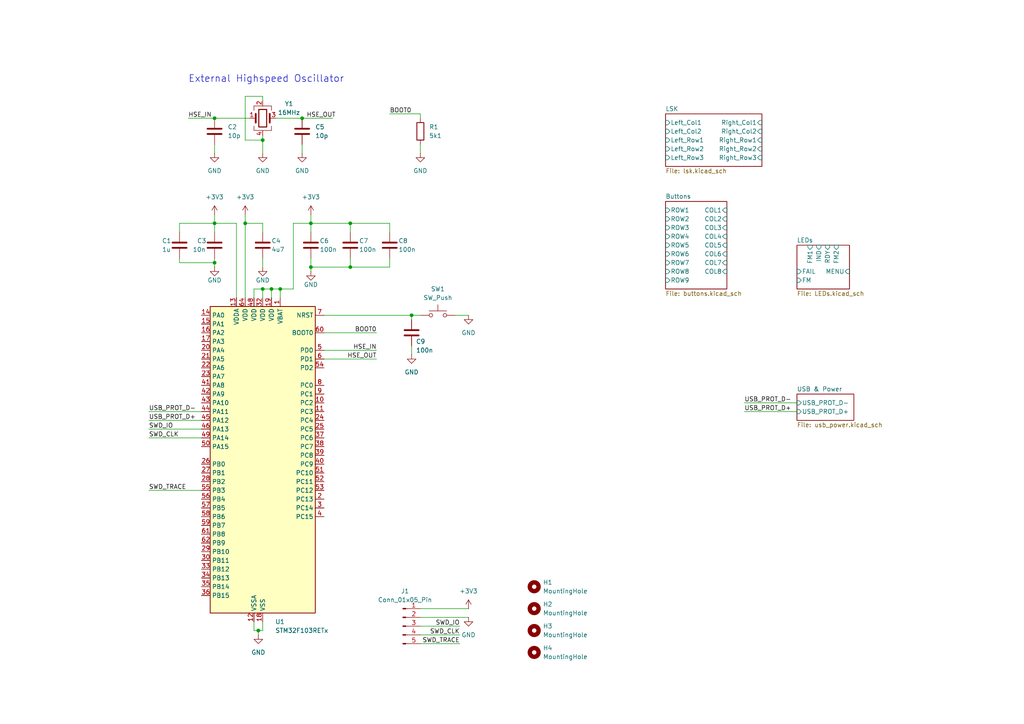
<source format=kicad_sch>
(kicad_sch (version 20231120) (generator "eeschema") (generator_version "8.0")
  (paper "A4")
  (lib_symbols
    (symbol "Connector:Conn_01x05_Pin" (pin_names (offset 1.016) hide)
      (property "Reference" "J" (at 0 7.62 0))
      (property "Value" "Conn_01x05_Pin" (at 0 -7.62 0))
      (symbol "Conn_01x05_Pin_1_1"
        (polyline (pts (xy 1.27 -5.08) (xy 0.8636 -5.08)) (stroke (width 0.1524)))
        (polyline (pts (xy 1.27 -2.54) (xy 0.8636 -2.54)) (stroke (width 0.1524)))
        (polyline (pts (xy 1.27 0) (xy 0.8636 0)) (stroke (width 0.1524)))
        (polyline (pts (xy 1.27 2.54) (xy 0.8636 2.54)) (stroke (width 0.1524)))
        (polyline (pts (xy 1.27 5.08) (xy 0.8636 5.08)) (stroke (width 0.1524)))
        (rectangle (start 0.8636 -4.953) (end 0 -5.207) (stroke (width 0.1524)) (fill (type outline)))
        (rectangle (start 0.8636 -2.413) (end 0 -2.667) (stroke (width 0.1524)) (fill (type outline)))
        (rectangle (start 0.8636 0.127) (end 0 -0.127) (stroke (width 0.1524)) (fill (type outline)))
        (rectangle (start 0.8636 2.667) (end 0 2.413) (stroke (width 0.1524)) (fill (type outline)))
        (rectangle (start 0.8636 5.207) (end 0 4.953) (stroke (width 0.1524)) (fill (type outline)))
        (pin passive line (at 5.08 5.08 180) (length 3.81) (name "Pin_1") (number "1"))
        (pin passive line (at 5.08 2.54 180) (length 3.81) (name "Pin_2") (number "2"))
        (pin passive line (at 5.08 0 180) (length 3.81) (name "Pin_3") (number "3"))
        (pin passive line (at 5.08 -2.54 180) (length 3.81) (name "Pin_4") (number "4"))
        (pin passive line (at 5.08 -5.08 180) (length 3.81) (name "Pin_5") (number "5"))
      )
    )
    (symbol "Device:C" (pin_numbers hide) (pin_names (offset 0.254))
      (property "Reference" "C" (at 0.635 2.54 0))
      (property "Value" "C" (at 0.635 -2.54 0))
      (symbol "C_0_1"
        (polyline (pts (xy -2.032 -0.762) (xy 2.032 -0.762)) (stroke (width 0.508)))
        (polyline (pts (xy -2.032 0.762) (xy 2.032 0.762)) (stroke (width 0.508)))
      )
      (symbol "C_1_1"
        (pin passive line (at 0 3.81 270) (length 2.794) (name "~") (number "1"))
        (pin passive line (at 0 -3.81 90) (length 2.794) (name "~") (number "2"))
      )
    )
    (symbol "Device:Crystal_GND24" (pin_names (offset 1.016) hide)
      (property "Reference" "Y" (at 3.175 5.08 0))
      (property "Value" "Crystal_GND24" (at 3.175 3.175 0))
      (symbol "Crystal_GND24_0_1"
        (rectangle (start -1.143 2.54) (end 1.143 -2.54) (stroke (width 0.3048)))
        (polyline (pts (xy -2.54 0) (xy -2.032 0)))
        (polyline (pts (xy -2.032 -1.27) (xy -2.032 1.27)) (stroke (width 0.508)))
        (polyline (pts (xy 0 -3.81) (xy 0 -3.556)))
        (polyline (pts (xy 0 3.556) (xy 0 3.81)))
        (polyline (pts (xy 2.032 -1.27) (xy 2.032 1.27)) (stroke (width 0.508)))
        (polyline (pts (xy 2.032 0) (xy 2.54 0)))
        (polyline (pts (xy -2.54 -2.286) (xy -2.54 -3.556) (xy 2.54 -3.556) (xy 2.54 -2.286)))
        (polyline (pts (xy -2.54 2.286) (xy -2.54 3.556) (xy 2.54 3.556) (xy 2.54 2.286)))
      )
      (symbol "Crystal_GND24_1_1"
        (pin passive line (at -3.81 0 0) (length 1.27) (name "1") (number "1"))
        (pin passive line (at 0 5.08 270) (length 1.27) (name "2") (number "2"))
        (pin passive line (at 3.81 0 180) (length 1.27) (name "3") (number "3"))
        (pin passive line (at 0 -5.08 90) (length 1.27) (name "4") (number "4"))
      )
    )
    (symbol "Device:R" (pin_numbers hide) (pin_names (offset 0))
      (property "Reference" "R" (at 2.032 0 90))
      (property "Value" "R" (at 0 0 90))
      (symbol "R_0_1"
        (rectangle (start -1.016 -2.54) (end 1.016 2.54) (stroke (width 0.254)))
      )
      (symbol "R_1_1"
        (pin passive line (at 0 3.81 270) (length 1.27) (name "~") (number "1"))
        (pin passive line (at 0 -3.81 90) (length 1.27) (name "~") (number "2"))
      )
    )
    (symbol "MCU_ST_STM32F1:STM32F103RETx"
      (property "Reference" "U" (at -15.24 46.99 0))
      (property "Value" "STM32F103RETx" (at 10.16 46.99 0))
      (symbol "STM32F103RETx_0_1"
        (rectangle (start -15.24 -43.18) (end 15.24 45.72) (stroke (width 0.254)) (fill (type background)))
      )
      (symbol "STM32F103RETx_1_1"
        (pin power_in line (at -5.08 48.26 270) (length 2.54) (name "VBAT") (number "1"))
        (pin bidirectional line (at -17.78 17.78 0) (length 2.54) (name "PC2") (number "10"))
        (pin bidirectional line (at -17.78 15.24 0) (length 2.54) (name "PC3") (number "11"))
        (pin power_in line (at 2.54 -45.72 90) (length 2.54) (name "VSSA") (number "12"))
        (pin power_in line (at 7.62 48.26 270) (length 2.54) (name "VDDA") (number "13"))
        (pin bidirectional line (at 17.78 43.18 180) (length 2.54) (name "PA0") (number "14"))
        (pin bidirectional line (at 17.78 40.64 180) (length 2.54) (name "PA1") (number "15"))
        (pin bidirectional line (at 17.78 38.1 180) (length 2.54) (name "PA2") (number "16"))
        (pin bidirectional line (at 17.78 35.56 180) (length 2.54) (name "PA3") (number "17"))
        (pin power_in line (at 0 -45.72 90) (length 2.54) (name "VSS") (number "18"))
        (pin power_in line (at -2.54 48.26 270) (length 2.54) (name "VDD") (number "19"))
        (pin bidirectional line (at -17.78 -10.16 0) (length 2.54) (name "PC13") (number "2"))
        (pin bidirectional line (at 17.78 33.02 180) (length 2.54) (name "PA4") (number "20"))
        (pin bidirectional line (at 17.78 30.48 180) (length 2.54) (name "PA5") (number "21"))
        (pin bidirectional line (at 17.78 27.94 180) (length 2.54) (name "PA6") (number "22"))
        (pin bidirectional line (at 17.78 25.4 180) (length 2.54) (name "PA7") (number "23"))
        (pin bidirectional line (at -17.78 12.7 0) (length 2.54) (name "PC4") (number "24"))
        (pin bidirectional line (at -17.78 10.16 0) (length 2.54) (name "PC5") (number "25"))
        (pin bidirectional line (at 17.78 0 180) (length 2.54) (name "PB0") (number "26"))
        (pin bidirectional line (at 17.78 -2.54 180) (length 2.54) (name "PB1") (number "27"))
        (pin bidirectional line (at 17.78 -5.08 180) (length 2.54) (name "PB2") (number "28"))
        (pin bidirectional line (at 17.78 -25.4 180) (length 2.54) (name "PB10") (number "29"))
        (pin bidirectional line (at -17.78 -12.7 0) (length 2.54) (name "PC14") (number "3"))
        (pin bidirectional line (at 17.78 -27.94 180) (length 2.54) (name "PB11") (number "30"))
        (pin passive line (at 0 -45.72 90) (length 2.54) hide (name "VSS") (number "31"))
        (pin power_in line (at 0 48.26 270) (length 2.54) (name "VDD") (number "32"))
        (pin bidirectional line (at 17.78 -30.48 180) (length 2.54) (name "PB12") (number "33"))
        (pin bidirectional line (at 17.78 -33.02 180) (length 2.54) (name "PB13") (number "34"))
        (pin bidirectional line (at 17.78 -35.56 180) (length 2.54) (name "PB14") (number "35"))
        (pin bidirectional line (at 17.78 -38.1 180) (length 2.54) (name "PB15") (number "36"))
        (pin bidirectional line (at -17.78 7.62 0) (length 2.54) (name "PC6") (number "37"))
        (pin bidirectional line (at -17.78 5.08 0) (length 2.54) (name "PC7") (number "38"))
        (pin bidirectional line (at -17.78 2.54 0) (length 2.54) (name "PC8") (number "39"))
        (pin bidirectional line (at -17.78 -15.24 0) (length 2.54) (name "PC15") (number "4"))
        (pin bidirectional line (at -17.78 0 0) (length 2.54) (name "PC9") (number "40"))
        (pin bidirectional line (at 17.78 22.86 180) (length 2.54) (name "PA8") (number "41"))
        (pin bidirectional line (at 17.78 20.32 180) (length 2.54) (name "PA9") (number "42"))
        (pin bidirectional line (at 17.78 17.78 180) (length 2.54) (name "PA10") (number "43"))
        (pin bidirectional line (at 17.78 15.24 180) (length 2.54) (name "PA11") (number "44"))
        (pin bidirectional line (at 17.78 12.7 180) (length 2.54) (name "PA12") (number "45"))
        (pin bidirectional line (at 17.78 10.16 180) (length 2.54) (name "PA13") (number "46"))
        (pin passive line (at 0 -45.72 90) (length 2.54) hide (name "VSS") (number "47"))
        (pin power_in line (at 2.54 48.26 270) (length 2.54) (name "VDD") (number "48"))
        (pin bidirectional line (at 17.78 7.62 180) (length 2.54) (name "PA14") (number "49"))
        (pin bidirectional line (at -17.78 33.02 0) (length 2.54) (name "PD0") (number "5"))
        (pin bidirectional line (at 17.78 5.08 180) (length 2.54) (name "PA15") (number "50"))
        (pin bidirectional line (at -17.78 -2.54 0) (length 2.54) (name "PC10") (number "51"))
        (pin bidirectional line (at -17.78 -5.08 0) (length 2.54) (name "PC11") (number "52"))
        (pin bidirectional line (at -17.78 -7.62 0) (length 2.54) (name "PC12") (number "53"))
        (pin bidirectional line (at -17.78 27.94 0) (length 2.54) (name "PD2") (number "54"))
        (pin bidirectional line (at 17.78 -7.62 180) (length 2.54) (name "PB3") (number "55"))
        (pin bidirectional line (at 17.78 -10.16 180) (length 2.54) (name "PB4") (number "56"))
        (pin bidirectional line (at 17.78 -12.7 180) (length 2.54) (name "PB5") (number "57"))
        (pin bidirectional line (at 17.78 -15.24 180) (length 2.54) (name "PB6") (number "58"))
        (pin bidirectional line (at 17.78 -17.78 180) (length 2.54) (name "PB7") (number "59"))
        (pin bidirectional line (at -17.78 30.48 0) (length 2.54) (name "PD1") (number "6"))
        (pin input line (at -17.78 38.1 0) (length 2.54) (name "BOOT0") (number "60"))
        (pin bidirectional line (at 17.78 -20.32 180) (length 2.54) (name "PB8") (number "61"))
        (pin bidirectional line (at 17.78 -22.86 180) (length 2.54) (name "PB9") (number "62"))
        (pin passive line (at 0 -45.72 90) (length 2.54) hide (name "VSS") (number "63"))
        (pin power_in line (at 5.08 48.26 270) (length 2.54) (name "VDD") (number "64"))
        (pin input line (at -17.78 43.18 0) (length 2.54) (name "NRST") (number "7"))
        (pin bidirectional line (at -17.78 22.86 0) (length 2.54) (name "PC0") (number "8"))
        (pin bidirectional line (at -17.78 20.32 0) (length 2.54) (name "PC1") (number "9"))
      )
    )
    (symbol "Mechanical:MountingHole" (pin_names (offset 1.016))
      (property "Reference" "H" (at 0 5.08 0))
      (property "Value" "MountingHole" (at 0 3.175 0))
      (symbol "MountingHole_0_1"
        (circle (center 0 0) (radius 1.27) (stroke (width 1.27)))
      )
    )
    (symbol "Switch:SW_Push" (pin_numbers hide) (pin_names (offset 1.016) hide)
      (property "Reference" "SW" (at 1.27 2.54 0))
      (property "Value" "SW_Push" (at 0 -1.524 0))
      (symbol "SW_Push_0_1"
        (circle (center -2.032 0) (radius 0.508))
        (polyline (pts (xy 0 1.27) (xy 0 3.048)))
        (polyline (pts (xy 2.54 1.27) (xy -2.54 1.27)))
        (circle (center 2.032 0) (radius 0.508))
        (pin passive line (at -5.08 0 0) (length 2.54) (name "1") (number "1"))
        (pin passive line (at 5.08 0 180) (length 2.54) (name "2") (number "2"))
      )
    )
    (symbol "power:+3V3" (power) (pin_numbers hide) (pin_names (offset 0) hide)
      (property "Value" "+3V3" (at 0 3.556 0))
      (symbol "+3V3_0_1"
        (polyline (pts (xy -0.762 1.27) (xy 0 2.54)))
        (polyline (pts (xy 0 0) (xy 0 2.54)))
        (polyline (pts (xy 0 2.54) (xy 0.762 1.27)))
      )
      (symbol "+3V3_1_1"
        (pin power_in line (at 0 0 90) (length 0) (name "~") (number "1"))
      )
    )
    (symbol "power:GND" (power) (pin_numbers hide) (pin_names (offset 0) hide)
      (property "Value" "GND" (at 0 -3.81 0))
      (symbol "GND_0_1"
        (polyline (pts (xy 0 0) (xy 0 -1.27) (xy 1.27 -1.27) (xy 0 -2.54) (xy -1.27 -1.27) (xy 0 -1.27)))
      )
      (symbol "GND_1_1"
        (pin power_in line (at 0 0 270) (length 0) (name "~") (number "1"))
      )
    )
  )
  (junction (at 87.63 34.29))
  (junction (at 78.74 83.82))
  (junction (at 71.12 64.77))
  (junction (at 76.2 40.64))
  (junction (at 119.38 91.44))
  (junction (at 74.93 182.88))
  (junction (at 101.6 64.77))
  (junction (at 76.2 83.82))
  (junction (at 62.23 34.29))
  (junction (at 62.23 64.77))
  (junction (at 81.28 83.82))
  (junction (at 62.23 76.2))
  (junction (at 101.6 77.47))
  (junction (at 90.17 77.47))
  (junction (at 90.17 64.77))
  (wire (pts (xy 62.23 64.77) (xy 62.23 67.31)))
  (wire (pts (xy 121.92 41.91) (xy 121.92 44.45)))
  (wire (pts (xy 119.38 100.33) (xy 119.38 102.87)))
  (wire (pts (xy 101.6 64.77) (xy 101.6 67.31)))
  (wire (pts (xy 76.2 29.21) (xy 76.2 27.94)))
  (wire (pts (xy 231.14 116.84) (xy 215.9 116.84)))
  (wire (pts (xy 101.6 74.93) (xy 101.6 77.47)))
  (wire (pts (xy 76.2 182.88) (xy 74.93 182.88)))
  (wire (pts (xy 85.09 83.82) (xy 81.28 83.82)))
  (wire (pts (xy 76.2 83.82) (xy 76.2 86.36)))
  (wire (pts (xy 76.2 40.64) (xy 76.2 44.45)))
  (wire (pts (xy 62.23 77.47) (xy 62.23 76.2)))
  (wire (pts (xy 121.92 179.07) (xy 135.89 179.07)))
  (wire (pts (xy 101.6 77.47) (xy 113.03 77.47)))
  (wire (pts (xy 58.42 119.38) (xy 43.18 119.38)))
  (wire (pts (xy 90.17 64.77) (xy 101.6 64.77)))
  (wire (pts (xy 76.2 27.94) (xy 71.12 27.94)))
  (wire (pts (xy 93.98 101.6) (xy 109.22 101.6)))
  (wire (pts (xy 71.12 40.64) (xy 76.2 40.64)))
  (wire (pts (xy 119.38 91.44) (xy 119.38 92.71)))
  (wire (pts (xy 52.07 64.77) (xy 62.23 64.77)))
  (wire (pts (xy 133.35 184.15) (xy 121.92 184.15)))
  (wire (pts (xy 90.17 77.47) (xy 90.17 78.74)))
  (wire (pts (xy 76.2 64.77) (xy 76.2 67.31)))
  (wire (pts (xy 78.74 83.82) (xy 78.74 86.36)))
  (wire (pts (xy 73.66 180.34) (xy 73.66 182.88)))
  (wire (pts (xy 71.12 64.77) (xy 71.12 86.36)))
  (wire (pts (xy 76.2 180.34) (xy 76.2 182.88)))
  (wire (pts (xy 215.9 119.38) (xy 231.14 119.38)))
  (wire (pts (xy 121.92 176.53) (xy 135.89 176.53)))
  (wire (pts (xy 113.03 33.02) (xy 121.92 33.02)))
  (wire (pts (xy 73.66 83.82) (xy 76.2 83.82)))
  (wire (pts (xy 43.18 127) (xy 58.42 127)))
  (wire (pts (xy 76.2 64.77) (xy 71.12 64.77)))
  (wire (pts (xy 87.63 34.29) (xy 96.52 34.29)))
  (wire (pts (xy 71.12 27.94) (xy 71.12 40.64)))
  (wire (pts (xy 93.98 91.44) (xy 119.38 91.44)))
  (wire (pts (xy 62.23 74.93) (xy 62.23 76.2)))
  (wire (pts (xy 87.63 41.91) (xy 87.63 44.45)))
  (wire (pts (xy 80.01 34.29) (xy 87.63 34.29)))
  (wire (pts (xy 90.17 62.23) (xy 90.17 64.77)))
  (wire (pts (xy 62.23 41.91) (xy 62.23 44.45)))
  (wire (pts (xy 73.66 86.36) (xy 73.66 83.82)))
  (wire (pts (xy 90.17 67.31) (xy 90.17 64.77)))
  (wire (pts (xy 90.17 64.77) (xy 85.09 64.77)))
  (wire (pts (xy 133.35 186.69) (xy 121.92 186.69)))
  (wire (pts (xy 68.58 64.77) (xy 68.58 86.36)))
  (wire (pts (xy 71.12 62.23) (xy 71.12 64.77)))
  (wire (pts (xy 132.08 91.44) (xy 135.89 91.44)))
  (wire (pts (xy 43.18 121.92) (xy 58.42 121.92)))
  (wire (pts (xy 43.18 142.24) (xy 58.42 142.24)))
  (wire (pts (xy 78.74 83.82) (xy 81.28 83.82)))
  (wire (pts (xy 93.98 96.52) (xy 109.22 96.52)))
  (wire (pts (xy 121.92 33.02) (xy 121.92 34.29)))
  (wire (pts (xy 54.61 34.29) (xy 62.23 34.29)))
  (wire (pts (xy 68.58 64.77) (xy 62.23 64.77)))
  (wire (pts (xy 74.93 182.88) (xy 74.93 184.15)))
  (wire (pts (xy 52.07 67.31) (xy 52.07 64.77)))
  (wire (pts (xy 101.6 64.77) (xy 113.03 64.77)))
  (wire (pts (xy 62.23 34.29) (xy 72.39 34.29)))
  (wire (pts (xy 62.23 62.23) (xy 62.23 64.77)))
  (wire (pts (xy 119.38 91.44) (xy 121.92 91.44)))
  (wire (pts (xy 113.03 74.93) (xy 113.03 77.47)))
  (wire (pts (xy 76.2 74.93) (xy 76.2 77.47)))
  (wire (pts (xy 85.09 64.77) (xy 85.09 83.82)))
  (wire (pts (xy 93.98 104.14) (xy 109.22 104.14)))
  (wire (pts (xy 76.2 83.82) (xy 78.74 83.82)))
  (wire (pts (xy 133.35 181.61) (xy 121.92 181.61)))
  (wire (pts (xy 52.07 76.2) (xy 62.23 76.2)))
  (wire (pts (xy 76.2 39.37) (xy 76.2 40.64)))
  (wire (pts (xy 74.93 182.88) (xy 73.66 182.88)))
  (wire (pts (xy 52.07 74.93) (xy 52.07 76.2)))
  (wire (pts (xy 43.18 124.46) (xy 58.42 124.46)))
  (wire (pts (xy 81.28 83.82) (xy 81.28 86.36)))
  (wire (pts (xy 113.03 67.31) (xy 113.03 64.77)))
  (wire (pts (xy 101.6 77.47) (xy 90.17 77.47)))
  (wire (pts (xy 90.17 74.93) (xy 90.17 77.47)))
  (text "External Highspeed Oscillator" (at 54.61 24.13 0) (effects (font (size 2 2)) (justify left bottom)))
  (label "BOOT0" (at 113.03 33.02 0))
  (label "SWD_TRACE" (at 133.35 186.69 180))
  (label "USB_PROT_D+" (at 215.9 119.38 0))
  (label "HSE_IN" (at 54.61 34.29 0))
  (label "USB_PROT_D+" (at 43.18 121.92 0))
  (label "SWD_TRACE" (at 43.18 142.24 0))
  (label "SWD_IO" (at 43.18 124.46 0))
  (label "USB_PROT_D-" (at 215.9 116.84 0))
  (label "SWD_CLK" (at 43.18 127 0))
  (label "HSE_OUT" (at 88.9 34.29 0))
  (label "USB_PROT_D-" (at 43.18 119.38 0))
  (label "HSE_IN" (at 109.22 101.6 180))
  (label "BOOT0" (at 109.22 96.52 180))
  (label "SWD_IO" (at 133.35 181.61 180))
  (label "HSE_OUT" (at 109.22 104.14 180))
  (label "SWD_CLK" (at 133.35 184.15 180))
  (symbol (lib_id "Mechanical:MountingHole") (at 154.94 176.53 0) (unit 1) (in_bom no)
    (property "Reference" "H2" (at 157.48 175.26 0) (effects (justify left)))
    (property "Value" "MountingHole" (at 157.48 177.8 0) (effects (justify left)))
    (property "Footprint" "MountingHole:MountingHole_2.2mm_M2" (effects (hide yes)))
  )
  (symbol (lib_id "power:GND") (at 135.89 179.07 0) (unit 1)
    (property "Reference" "#PWR015" (effects (hide yes)))
    (property "Value" "GND" (at 135.89 184.15 0))
    (property "Description" "Power symbol creates a global label with name \"GND\" , ground" (effects (hide yes)))
  )
  (symbol (lib_id "power:+3V3") (at 90.17 62.23 0) (unit 1)
    (property "Reference" "#PWR09" (effects (hide yes)))
    (property "Value" "+3V3" (at 90.17 57.15 0))
    (property "Description" "Power symbol creates a global label with name \"+3V3\"" (effects (hide yes)))
  )
  (symbol (lib_id "Device:C") (at 87.63 38.1 0) (unit 1)
    (property "Reference" "C5" (at 91.44 36.83 0) (effects (justify left)))
    (property "Value" "10p" (at 91.44 39.37 0) (effects (justify left)))
    (property "Footprint" "Capacitor_SMD:C_0603_1608Metric" (effects (hide yes)))
    (property "Datasheet" "https://www.lcsc.com/datasheet/lcsc_datasheet_2304140030_YAGEO-CC0603JRNPO9BN100_C106245.pdf" (effects (hide yes)))
    (property "JLCPCB Part" "C106245" (effects (hide yes)))
    (property "Manufracturer" "YAGEO" (effects (hide yes)))
    (property "Manufracturer Part Number" "CC0603JRNPO9BN100" (effects (hide yes)))
  )
  (symbol (lib_id "power:GND") (at 135.89 91.44 0) (unit 1)
    (property "Reference" "#PWR013" (effects (hide yes)))
    (property "Value" "GND" (at 135.89 96.52 0))
    (property "Description" "Power symbol creates a global label with name \"GND\" , ground" (effects (hide yes)))
  )
  (symbol (lib_id "power:GND") (at 74.93 184.15 0) (unit 1)
    (property "Reference" "#PWR05" (effects (hide yes)))
    (property "Value" "GND" (at 74.93 189.23 0))
    (property "Description" "Power symbol creates a global label with name \"GND\" , ground" (effects (hide yes)))
  )
  (symbol (lib_id "Device:C") (at 101.6 71.12 0) (unit 1)
    (property "Reference" "C7" (at 104.14 69.85 0) (effects (justify left)))
    (property "Value" "100n" (at 104.14 72.39 0) (effects (justify left)))
    (property "Footprint" "Capacitor_SMD:C_0603_1608Metric" (effects (hide yes)))
    (property "Datasheet" "https://www.lcsc.com/datasheet/lcsc_datasheet_2211101700_YAGEO-CC0603KRX7R9BB104_C14663.pdf" (effects (hide yes)))
    (property "Manufracturer" "YAGEO" (effects (hide yes)))
    (property "Manufracturer Part Number" "CC0603KRX7R9BB104" (effects (hide yes)))
    (property "JLCPCB Part" "C14663" (effects (hide yes)))
  )
  (symbol (lib_id "Device:C") (at 62.23 71.12 0) (unit 1)
    (property "Reference" "C3" (at 57.15 69.85 0) (effects (justify left)))
    (property "Value" "10n" (at 55.88 72.39 0) (effects (justify left)))
    (property "Footprint" "Capacitor_SMD:C_0603_1608Metric" (effects (hide yes)))
    (property "Datasheet" "https://www.lcsc.com/datasheet/lcsc_datasheet_2304140030_YAGEO-CC0603KRX7R9BB103_C100042.pdf" (effects (hide yes)))
    (property "Manufracturer" "YAGEO" (effects (hide yes)))
    (property "Manufracturer Part Number" "CC0603KRX7R9BB103" (effects (hide yes)))
    (property "JLCPCB Part" "C100042" (effects (hide yes)))
  )
  (symbol (lib_id "Device:C") (at 113.03 71.12 0) (unit 1)
    (property "Reference" "C8" (at 115.57 69.85 0) (effects (justify left)))
    (property "Value" "100n" (at 115.57 72.39 0) (effects (justify left)))
    (property "Footprint" "Capacitor_SMD:C_0603_1608Metric" (effects (hide yes)))
    (property "Datasheet" "https://www.lcsc.com/datasheet/lcsc_datasheet_2211101700_YAGEO-CC0603KRX7R9BB104_C14663.pdf" (effects (hide yes)))
    (property "Manufracturer" "YAGEO" (effects (hide yes)))
    (property "Manufracturer Part Number" "CC0603KRX7R9BB104" (effects (hide yes)))
    (property "JLCPCB Part" "C14663" (effects (hide yes)))
  )
  (symbol (lib_id "power:GND") (at 119.38 102.87 0) (unit 1)
    (property "Reference" "#PWR011" (effects (hide yes)))
    (property "Value" "GND" (at 119.38 107.95 0))
    (property "Description" "Power symbol creates a global label with name \"GND\" , ground" (effects (hide yes)))
  )
  (symbol (lib_id "Mechanical:MountingHole") (at 154.94 189.23 0) (unit 1) (in_bom no)
    (property "Reference" "H4" (at 157.48 187.96 0) (effects (justify left)))
    (property "Value" "MountingHole" (at 157.48 190.5 0) (effects (justify left)))
    (property "Footprint" "MountingHole:MountingHole_2.2mm_M2" (effects (hide yes)))
  )
  (symbol (lib_id "Device:C") (at 52.07 71.12 0) (unit 1)
    (property "Reference" "C1" (at 46.99 69.85 0) (effects (justify left)))
    (property "Value" "1u" (at 46.99 72.39 0) (effects (justify left)))
    (property "Footprint" "Capacitor_SMD:C_0603_1608Metric" (effects (hide yes)))
    (property "Datasheet" "https://www.lcsc.com/datasheet/lcsc_datasheet_1811071607_YAGEO-CC0603KRX5R8BB105_C14664.pdf" (effects (hide yes)))
    (property "Manufracturer" "YAGEO" (effects (hide yes)))
    (property "Manufracturer Part Number" "CC0603KRX5R8BB105" (effects (hide yes)))
    (property "JLCPCB Part" "C14664" (effects (hide yes)))
  )
  (symbol (lib_id "power:GND") (at 121.92 44.45 0) (unit 1)
    (property "Reference" "#PWR012" (effects (hide yes)))
    (property "Value" "GND" (at 121.92 49.53 0))
    (property "Description" "Power symbol creates a global label with name \"GND\" , ground" (effects (hide yes)))
  )
  (symbol (lib_id "power:+3V3") (at 62.23 62.23 0) (unit 1)
    (property "Reference" "#PWR02" (effects (hide yes)))
    (property "Value" "+3V3" (at 62.23 57.15 0))
    (property "Description" "Power symbol creates a global label with name \"+3V3\"" (effects (hide yes)))
  )
  (symbol (lib_id "power:GND") (at 76.2 44.45 0) (unit 1)
    (property "Reference" "#PWR06" (effects (hide yes)))
    (property "Value" "GND" (at 76.2 49.53 0))
    (property "Description" "Power symbol creates a global label with name \"GND\" , ground" (effects (hide yes)))
  )
  (symbol (lib_id "Device:Crystal_GND24") (at 76.2 34.29 0) (unit 1)
    (property "Reference" "Y1" (at 83.82 30.0991 0))
    (property "Value" "16MHz" (at 83.82 32.6391 0))
    (property "Footprint" "Crystal:Crystal_SMD_2016-4Pin_2.0x1.6mm" (effects (hide yes)))
    (property "Datasheet" "https://datasheet.lcsc.com/lcsc/2201241630_YXC-XL7EL89CLI-111YLC-16M_C2965578.pdf" (effects (hide yes)))
    (property "JLCPCB Part" "C2965578" (effects (hide yes)))
    (property "Manufracturer" "YXC" (effects (hide yes)))
    (property "Manufracturer Part Number" "XL7EL89CLI-111YLC-16M" (effects (hide yes)))
  )
  (symbol (lib_id "Mechanical:MountingHole") (at 154.94 170.18 0) (unit 1) (in_bom no)
    (property "Reference" "H1" (at 157.48 168.91 0) (effects (justify left)))
    (property "Value" "MountingHole" (at 157.48 171.45 0) (effects (justify left)))
    (property "Footprint" "MountingHole:MountingHole_2.2mm_M2" (effects (hide yes)))
  )
  (symbol (lib_id "Switch:SW_Push") (at 127 91.44 0) (unit 1) (in_bom no)
    (property "Reference" "SW1" (at 127 83.82 0))
    (property "Value" "SW_Push" (at 127 86.36 0))
    (property "Footprint" "Button_Switch_SMD:SW_Push_1P1T_XKB_TS-1187A" (effects (hide yes)))
    (property "Datasheet" "https://datasheet.lcsc.com/lcsc/2304140030_XKB-Connectivity-TS-1187A-B-A-B_C318884.pdf" (effects (hide yes)))
    (property "Manufracturer" "XKB Connectivity" (effects (hide yes)))
    (property "Manufracturer Part Number" "TS-1187A-B-A-B" (effects (hide yes)))
    (property "JLCPCB Part" "C318884" (effects (hide yes)))
  )
  (symbol (lib_id "power:GND") (at 62.23 77.47 0) (unit 1)
    (property "Reference" "#PWR03" (effects (hide yes)))
    (property "Value" "GND" (at 62.23 81.28 0))
    (property "Description" "Power symbol creates a global label with name \"GND\" , ground" (effects (hide yes)))
  )
  (symbol (lib_id "power:GND") (at 62.23 44.45 0) (unit 1)
    (property "Reference" "#PWR01" (effects (hide yes)))
    (property "Value" "GND" (at 62.23 49.53 0))
    (property "Description" "Power symbol creates a global label with name \"GND\" , ground" (effects (hide yes)))
  )
  (symbol (lib_id "Device:C") (at 90.17 71.12 0) (unit 1)
    (property "Reference" "C6" (at 92.71 69.85 0) (effects (justify left)))
    (property "Value" "100n" (at 92.71 72.39 0) (effects (justify left)))
    (property "Footprint" "Capacitor_SMD:C_0603_1608Metric" (effects (hide yes)))
    (property "Datasheet" "https://www.lcsc.com/datasheet/lcsc_datasheet_2211101700_YAGEO-CC0603KRX7R9BB104_C14663.pdf" (effects (hide yes)))
    (property "Manufracturer" "YAGEO" (effects (hide yes)))
    (property "Manufracturer Part Number" "CC0603KRX7R9BB104" (effects (hide yes)))
    (property "JLCPCB Part" "C14663" (effects (hide yes)))
  )
  (symbol (lib_id "power:GND") (at 90.17 78.74 0) (unit 1)
    (property "Reference" "#PWR010" (effects (hide yes)))
    (property "Value" "GND" (at 90.17 82.55 0))
    (property "Description" "Power symbol creates a global label with name \"GND\" , ground" (effects (hide yes)))
  )
  (symbol (lib_id "Device:C") (at 119.38 96.52 0) (unit 1)
    (property "Reference" "C9" (at 120.65 99.06 0) (effects (justify left)))
    (property "Value" "100n" (at 120.65 101.6 0) (effects (justify left)))
    (property "Footprint" "Capacitor_SMD:C_0603_1608Metric" (effects (hide yes)))
    (property "Datasheet" "https://www.lcsc.com/datasheet/lcsc_datasheet_2211101700_YAGEO-CC0603KRX7R9BB104_C14663.pdf" (effects (hide yes)))
    (property "Manufracturer" "YAGEO" (effects (hide yes)))
    (property "Manufracturer Part Number" "CC0603KRX7R9BB104" (effects (hide yes)))
    (property "JLCPCB Part" "C14663" (effects (hide yes)))
  )
  (symbol (lib_id "Device:R") (at 121.92 38.1 180) (unit 1)
    (property "Reference" "R1" (at 124.46 36.83 0) (effects (justify right)))
    (property "Value" "5k1" (at 124.46 39.37 0) (effects (justify right)))
    (property "Footprint" "Resistor_SMD:R_0603_1608Metric" (effects (hide yes)))
    (property "Datasheet" "https://www.lcsc.com/datasheet/lcsc_datasheet_2206010116_UNI-ROYAL-Uniroyal-Elec-0603WAF5101T5E_C23186.pdf" (effects (hide yes)))
    (property "JLCPCB Part" "C23186" (effects (hide yes)))
    (property "Manufracturer" "UNI-ROYAL(Uniroyal Elec)" (effects (hide yes)))
    (property "Manufracturer Part Number" "0603WAF5101T5E" (effects (hide yes)))
  )
  (symbol (lib_id "Connector:Conn_01x05_Pin") (at 116.84 181.61 0) (unit 1)
    (property "Reference" "J1" (at 117.475 171.45 0))
    (property "Value" "Conn_01x05_Pin" (at 117.475 173.99 0))
    (property "Footprint" "Connector_PinHeader_2.54mm:PinHeader_1x05_P2.54mm_Vertical" (effects (hide yes)))
    (property "Description" "Generic connector, single row, 01x05, script generated" (effects (hide yes)))
  )
  (symbol (lib_id "power:GND") (at 87.63 44.45 0) (unit 1)
    (property "Reference" "#PWR08" (effects (hide yes)))
    (property "Value" "GND" (at 87.63 49.53 0))
    (property "Description" "Power symbol creates a global label with name \"GND\" , ground" (effects (hide yes)))
  )
  (symbol (lib_id "MCU_ST_STM32F1:STM32F103RETx") (at 76.2 134.62 0) (mirror y) (unit 1)
    (property "Reference" "U1" (at 79.8261 180.34 0) (effects (justify right)))
    (property "Value" "STM32F103RETx" (at 79.8261 182.88 0) (effects (justify right)))
    (property "Footprint" "Package_QFP:LQFP-64_10x10mm_P0.5mm" (effects (hide yes)))
    (property "Datasheet" "https://www.st.com/resource/en/datasheet/stm32f103re.pdf" (effects (hide yes)))
    (property "Manufracturer Part Number" "STM32F103RET6" (effects (hide yes)))
    (property "Manufracturer" "STMicroelectronics" (effects (hide yes)))
    (property "JLCPCB Part" "C8322" (effects (hide yes)))
  )
  (symbol (lib_id "power:+3V3") (at 71.12 62.23 0) (unit 1)
    (property "Reference" "#PWR04" (effects (hide yes)))
    (property "Value" "+3V3" (at 71.12 57.15 0))
    (property "Description" "Power symbol creates a global label with name \"+3V3\"" (effects (hide yes)))
  )
  (symbol (lib_id "power:GND") (at 76.2 77.47 0) (unit 1)
    (property "Reference" "#PWR07" (effects (hide yes)))
    (property "Value" "GND" (at 76.2 81.28 0))
    (property "Description" "Power symbol creates a global label with name \"GND\" , ground" (effects (hide yes)))
  )
  (symbol (lib_id "Mechanical:MountingHole") (at 154.94 182.88 0) (unit 1) (in_bom no)
    (property "Reference" "H3" (at 157.48 181.61 0) (effects (justify left)))
    (property "Value" "MountingHole" (at 157.48 184.15 0) (effects (justify left)))
    (property "Footprint" "MountingHole:MountingHole_2.2mm_M2" (effects (hide yes)))
  )
  (symbol (lib_id "Device:C") (at 76.2 71.12 0) (unit 1)
    (property "Reference" "C4" (at 78.74 69.85 0) (effects (justify left)))
    (property "Value" "4u7" (at 78.74 72.39 0) (effects (justify left)))
    (property "Footprint" "Capacitor_SMD:C_0805_2012Metric" (effects (hide yes)))
    (property "Datasheet" "https://datasheet.lcsc.com/lcsc/2304140030_Samsung-Electro-Mechanics-CL21A475KAQNNNE_C1779.pdf" (effects (hide yes)))
    (property "Manufracturer" "Samsung Electro-Mechanics" (effects (hide yes)))
    (property "Manufracturer Part Number" "CL21A475KAQNNNE" (effects (hide yes)))
    (property "JLCPCB Part" "C1779" (effects (hide yes)))
  )
  (symbol (lib_id "Device:C") (at 62.23 38.1 0) (unit 1)
    (property "Reference" "C2" (at 66.04 36.83 0) (effects (justify left)))
    (property "Value" "10p" (at 66.04 39.37 0) (effects (justify left)))
    (property "Footprint" "Capacitor_SMD:C_0603_1608Metric" (effects (hide yes)))
    (property "Datasheet" "https://www.lcsc.com/datasheet/lcsc_datasheet_2304140030_YAGEO-CC0603JRNPO9BN100_C106245.pdf" (effects (hide yes)))
    (property "JLCPCB Part" "C106245" (effects (hide yes)))
    (property "Manufracturer" "YAGEO" (effects (hide yes)))
    (property "Manufracturer Part Number" "CC0603JRNPO9BN100" (effects (hide yes)))
  )
  (symbol (lib_id "power:+3V3") (at 135.89 176.53 0) (unit 1)
    (property "Reference" "#PWR014" (effects (hide yes)))
    (property "Value" "+3V3" (at 135.89 171.45 0))
    (property "Description" "Power symbol creates a global label with name \"+3V3\"" (effects (hide yes)))
  )
  (sheet (at 193.04 58.42) (size 17.78 25.4) (stroke (width 0.1524))
    (property "Sheetname" "Buttons" (at 193.04 57.7084 0) (effects (justify left bottom)))
    (property "Sheetfile" "buttons.kicad_sch" (at 193.04 84.4046 0) (effects (justify left top)))
    (pin "COL4" input (at 210.82 68.58 0))
    (pin "COL5" input (at 210.82 71.12 0))
    (pin "COL3" input (at 210.82 66.04 0))
    (pin "ROW7" input (at 193.04 76.2 180))
    (pin "ROW8" input (at 193.04 78.74 180))
    (pin "ROW9" input (at 193.04 81.28 180))
    (pin "ROW4" input (at 193.04 68.58 180))
    (pin "ROW5" input (at 193.04 71.12 180))
    (pin "ROW6" input (at 193.04 73.66 180))
    (pin "ROW2" input (at 193.04 63.5 180))
    (pin "ROW1" input (at 193.04 60.96 180))
    (pin "ROW3" input (at 193.04 66.04 180))
    (pin "COL1" input (at 210.82 60.96 0))
    (pin "COL2" input (at 210.82 63.5 0))
    (pin "COL8" input (at 210.82 78.74 0))
    (pin "COL7" input (at 210.82 76.2 0))
    (pin "COL6" input (at 210.82 73.66 0))
  )
  (sheet (at 193.04 33.02) (size 27.94 15.24) (stroke (width 0.1524))
    (property "Sheetname" "LSK" (at 193.04 32.3084 0) (effects (justify left bottom)))
    (property "Sheetfile" "lsk.kicad_sch" (at 193.04 48.8446 0) (effects (justify left top)))
    (pin "Right_Col1" input (at 220.98 35.56 0))
    (pin "Right_Col2" input (at 220.98 38.1 0))
    (pin "Right_Row1" input (at 220.98 40.64 0))
    (pin "Right_Row3" input (at 220.98 45.72 0))
    (pin "Right_Row2" input (at 220.98 43.18 0))
    (pin "Left_Col2" input (at 193.04 38.1 180))
    (pin "Left_Row1" input (at 193.04 40.64 180))
    (pin "Left_Col1" input (at 193.04 35.56 180))
    (pin "Left_Row2" input (at 193.04 43.18 180))
    (pin "Left_Row3" input (at 193.04 45.72 180))
  )
  (sheet (at 231.14 114.3) (size 16.51 7.62) (stroke (width 0.1524))
    (property "Sheetname" "USB & Power" (at 231.14 113.5884 0) (effects (justify left bottom)))
    (property "Sheetfile" "usb_power.kicad_sch" (at 231.14 122.5046 0) (effects (justify left top)))
    (pin "USB_PROT_D-" input (at 231.14 116.84 180))
    (pin "USB_PROT_D+" input (at 231.14 119.38 180))
  )
  (sheet (at 231.14 71.12) (size 15.24 12.7) (stroke (width 0.1524))
    (property "Sheetname" "LEDs" (at 231.14 70.4084 0) (effects (justify left bottom)))
    (property "Sheetfile" "LEDs.kicad_sch" (at 231.14 84.4046 0) (effects (justify left top)))
    (pin "RDY" input (at 240.03 71.12 90))
    (pin "FAIL" input (at 231.14 78.74 180))
    (pin "MENU" input (at 246.38 78.74 0))
    (pin "FM" input (at 231.14 81.28 180))
    (pin "FM2" input (at 242.57 71.12 90))
    (pin "FM1" input (at 234.95 71.12 90))
    (pin "IND" input (at 237.49 71.12 90))
  )
)
</source>
